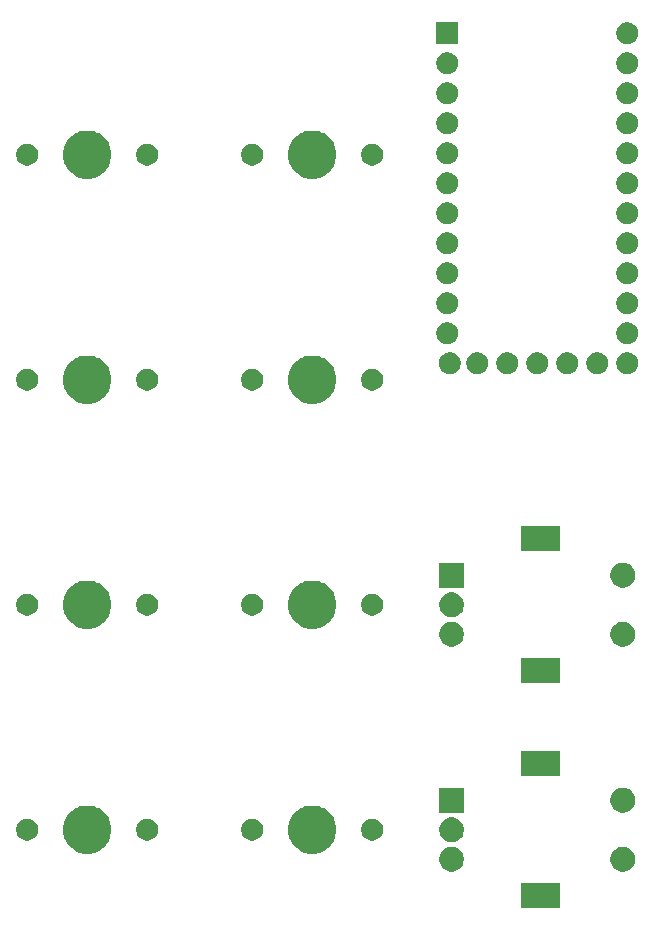
<source format=gbr>
G04 #@! TF.GenerationSoftware,KiCad,Pcbnew,(5.1.5)-2*
G04 #@! TF.CreationDate,2020-02-17T19:33:39-08:00*
G04 #@! TF.ProjectId,Ngotepad,4e676f74-6570-4616-942e-6b696361645f,rev?*
G04 #@! TF.SameCoordinates,Original*
G04 #@! TF.FileFunction,Soldermask,Top*
G04 #@! TF.FilePolarity,Negative*
%FSLAX46Y46*%
G04 Gerber Fmt 4.6, Leading zero omitted, Abs format (unit mm)*
G04 Created by KiCad (PCBNEW (5.1.5)-2) date 2020-02-17 19:33:39*
%MOMM*%
%LPD*%
G04 APERTURE LIST*
%ADD10C,0.100000*%
G04 APERTURE END LIST*
D10*
G36*
X130429000Y-91614000D02*
G01*
X127127000Y-91614000D01*
X127127000Y-89512000D01*
X130429000Y-89512000D01*
X130429000Y-91614000D01*
G37*
G36*
X136084564Y-86452389D02*
G01*
X136275833Y-86531615D01*
X136275835Y-86531616D01*
X136305409Y-86551377D01*
X136447973Y-86646635D01*
X136594365Y-86793027D01*
X136709385Y-86965167D01*
X136788611Y-87156436D01*
X136829000Y-87359484D01*
X136829000Y-87566516D01*
X136788611Y-87769564D01*
X136709385Y-87960833D01*
X136709384Y-87960835D01*
X136594365Y-88132973D01*
X136447973Y-88279365D01*
X136275835Y-88394384D01*
X136275834Y-88394385D01*
X136275833Y-88394385D01*
X136084564Y-88473611D01*
X135881516Y-88514000D01*
X135674484Y-88514000D01*
X135471436Y-88473611D01*
X135280167Y-88394385D01*
X135280166Y-88394385D01*
X135280165Y-88394384D01*
X135108027Y-88279365D01*
X134961635Y-88132973D01*
X134846616Y-87960835D01*
X134846615Y-87960833D01*
X134767389Y-87769564D01*
X134727000Y-87566516D01*
X134727000Y-87359484D01*
X134767389Y-87156436D01*
X134846615Y-86965167D01*
X134961635Y-86793027D01*
X135108027Y-86646635D01*
X135250591Y-86551377D01*
X135280165Y-86531616D01*
X135280167Y-86531615D01*
X135471436Y-86452389D01*
X135674484Y-86412000D01*
X135881516Y-86412000D01*
X136084564Y-86452389D01*
G37*
G36*
X121584564Y-86452389D02*
G01*
X121775833Y-86531615D01*
X121775835Y-86531616D01*
X121805409Y-86551377D01*
X121947973Y-86646635D01*
X122094365Y-86793027D01*
X122209385Y-86965167D01*
X122288611Y-87156436D01*
X122329000Y-87359484D01*
X122329000Y-87566516D01*
X122288611Y-87769564D01*
X122209385Y-87960833D01*
X122209384Y-87960835D01*
X122094365Y-88132973D01*
X121947973Y-88279365D01*
X121775835Y-88394384D01*
X121775834Y-88394385D01*
X121775833Y-88394385D01*
X121584564Y-88473611D01*
X121381516Y-88514000D01*
X121174484Y-88514000D01*
X120971436Y-88473611D01*
X120780167Y-88394385D01*
X120780166Y-88394385D01*
X120780165Y-88394384D01*
X120608027Y-88279365D01*
X120461635Y-88132973D01*
X120346616Y-87960835D01*
X120346615Y-87960833D01*
X120267389Y-87769564D01*
X120227000Y-87566516D01*
X120227000Y-87359484D01*
X120267389Y-87156436D01*
X120346615Y-86965167D01*
X120461635Y-86793027D01*
X120608027Y-86646635D01*
X120750591Y-86551377D01*
X120780165Y-86531616D01*
X120780167Y-86531615D01*
X120971436Y-86452389D01*
X121174484Y-86412000D01*
X121381516Y-86412000D01*
X121584564Y-86452389D01*
G37*
G36*
X110070474Y-82996684D02*
G01*
X110288474Y-83086983D01*
X110442623Y-83150833D01*
X110777548Y-83374623D01*
X111062377Y-83659452D01*
X111286167Y-83994377D01*
X111318562Y-84072586D01*
X111440316Y-84366526D01*
X111518900Y-84761594D01*
X111518900Y-85164406D01*
X111440316Y-85559474D01*
X111389451Y-85682272D01*
X111286167Y-85931623D01*
X111062377Y-86266548D01*
X110777548Y-86551377D01*
X110442623Y-86775167D01*
X110288474Y-86839017D01*
X110070474Y-86929316D01*
X109675406Y-87007900D01*
X109272594Y-87007900D01*
X108877526Y-86929316D01*
X108659526Y-86839017D01*
X108505377Y-86775167D01*
X108170452Y-86551377D01*
X107885623Y-86266548D01*
X107661833Y-85931623D01*
X107558549Y-85682272D01*
X107507684Y-85559474D01*
X107429100Y-85164406D01*
X107429100Y-84761594D01*
X107507684Y-84366526D01*
X107629438Y-84072586D01*
X107661833Y-83994377D01*
X107885623Y-83659452D01*
X108170452Y-83374623D01*
X108505377Y-83150833D01*
X108659526Y-83086983D01*
X108877526Y-82996684D01*
X109272594Y-82918100D01*
X109675406Y-82918100D01*
X110070474Y-82996684D01*
G37*
G36*
X91020474Y-82996684D02*
G01*
X91238474Y-83086983D01*
X91392623Y-83150833D01*
X91727548Y-83374623D01*
X92012377Y-83659452D01*
X92236167Y-83994377D01*
X92268562Y-84072586D01*
X92390316Y-84366526D01*
X92468900Y-84761594D01*
X92468900Y-85164406D01*
X92390316Y-85559474D01*
X92339451Y-85682272D01*
X92236167Y-85931623D01*
X92012377Y-86266548D01*
X91727548Y-86551377D01*
X91392623Y-86775167D01*
X91238474Y-86839017D01*
X91020474Y-86929316D01*
X90625406Y-87007900D01*
X90222594Y-87007900D01*
X89827526Y-86929316D01*
X89609526Y-86839017D01*
X89455377Y-86775167D01*
X89120452Y-86551377D01*
X88835623Y-86266548D01*
X88611833Y-85931623D01*
X88508549Y-85682272D01*
X88457684Y-85559474D01*
X88379100Y-85164406D01*
X88379100Y-84761594D01*
X88457684Y-84366526D01*
X88579438Y-84072586D01*
X88611833Y-83994377D01*
X88835623Y-83659452D01*
X89120452Y-83374623D01*
X89455377Y-83150833D01*
X89609526Y-83086983D01*
X89827526Y-82996684D01*
X90222594Y-82918100D01*
X90625406Y-82918100D01*
X91020474Y-82996684D01*
G37*
G36*
X121584564Y-83952389D02*
G01*
X121775833Y-84031615D01*
X121775835Y-84031616D01*
X121837149Y-84072585D01*
X121947973Y-84146635D01*
X122094365Y-84293027D01*
X122209384Y-84465165D01*
X122288611Y-84656435D01*
X122329000Y-84859484D01*
X122329000Y-85066514D01*
X122288611Y-85269564D01*
X122233909Y-85401626D01*
X122209384Y-85460835D01*
X122094365Y-85632973D01*
X121947973Y-85779365D01*
X121775835Y-85894384D01*
X121775834Y-85894385D01*
X121775833Y-85894385D01*
X121584564Y-85973611D01*
X121381516Y-86014000D01*
X121174484Y-86014000D01*
X120971436Y-85973611D01*
X120780167Y-85894385D01*
X120780166Y-85894385D01*
X120780165Y-85894384D01*
X120608027Y-85779365D01*
X120461635Y-85632973D01*
X120346616Y-85460835D01*
X120322091Y-85401626D01*
X120267389Y-85269564D01*
X120227000Y-85066514D01*
X120227000Y-84859484D01*
X120267389Y-84656435D01*
X120346616Y-84465165D01*
X120461635Y-84293027D01*
X120608027Y-84146635D01*
X120718851Y-84072585D01*
X120780165Y-84031616D01*
X120780167Y-84031615D01*
X120971436Y-83952389D01*
X121174484Y-83912000D01*
X121381516Y-83912000D01*
X121584564Y-83952389D01*
G37*
G36*
X95774104Y-84072585D02*
G01*
X95942626Y-84142389D01*
X96094291Y-84243728D01*
X96223272Y-84372709D01*
X96324611Y-84524374D01*
X96394415Y-84692896D01*
X96430000Y-84871797D01*
X96430000Y-85054203D01*
X96394415Y-85233104D01*
X96324611Y-85401626D01*
X96223272Y-85553291D01*
X96094291Y-85682272D01*
X95942626Y-85783611D01*
X95774104Y-85853415D01*
X95595203Y-85889000D01*
X95412797Y-85889000D01*
X95233896Y-85853415D01*
X95065374Y-85783611D01*
X94913709Y-85682272D01*
X94784728Y-85553291D01*
X94683389Y-85401626D01*
X94613585Y-85233104D01*
X94578000Y-85054203D01*
X94578000Y-84871797D01*
X94613585Y-84692896D01*
X94683389Y-84524374D01*
X94784728Y-84372709D01*
X94913709Y-84243728D01*
X95065374Y-84142389D01*
X95233896Y-84072585D01*
X95412797Y-84037000D01*
X95595203Y-84037000D01*
X95774104Y-84072585D01*
G37*
G36*
X85614104Y-84072585D02*
G01*
X85782626Y-84142389D01*
X85934291Y-84243728D01*
X86063272Y-84372709D01*
X86164611Y-84524374D01*
X86234415Y-84692896D01*
X86270000Y-84871797D01*
X86270000Y-85054203D01*
X86234415Y-85233104D01*
X86164611Y-85401626D01*
X86063272Y-85553291D01*
X85934291Y-85682272D01*
X85782626Y-85783611D01*
X85614104Y-85853415D01*
X85435203Y-85889000D01*
X85252797Y-85889000D01*
X85073896Y-85853415D01*
X84905374Y-85783611D01*
X84753709Y-85682272D01*
X84624728Y-85553291D01*
X84523389Y-85401626D01*
X84453585Y-85233104D01*
X84418000Y-85054203D01*
X84418000Y-84871797D01*
X84453585Y-84692896D01*
X84523389Y-84524374D01*
X84624728Y-84372709D01*
X84753709Y-84243728D01*
X84905374Y-84142389D01*
X85073896Y-84072585D01*
X85252797Y-84037000D01*
X85435203Y-84037000D01*
X85614104Y-84072585D01*
G37*
G36*
X114824104Y-84072585D02*
G01*
X114992626Y-84142389D01*
X115144291Y-84243728D01*
X115273272Y-84372709D01*
X115374611Y-84524374D01*
X115444415Y-84692896D01*
X115480000Y-84871797D01*
X115480000Y-85054203D01*
X115444415Y-85233104D01*
X115374611Y-85401626D01*
X115273272Y-85553291D01*
X115144291Y-85682272D01*
X114992626Y-85783611D01*
X114824104Y-85853415D01*
X114645203Y-85889000D01*
X114462797Y-85889000D01*
X114283896Y-85853415D01*
X114115374Y-85783611D01*
X113963709Y-85682272D01*
X113834728Y-85553291D01*
X113733389Y-85401626D01*
X113663585Y-85233104D01*
X113628000Y-85054203D01*
X113628000Y-84871797D01*
X113663585Y-84692896D01*
X113733389Y-84524374D01*
X113834728Y-84372709D01*
X113963709Y-84243728D01*
X114115374Y-84142389D01*
X114283896Y-84072585D01*
X114462797Y-84037000D01*
X114645203Y-84037000D01*
X114824104Y-84072585D01*
G37*
G36*
X104664104Y-84072585D02*
G01*
X104832626Y-84142389D01*
X104984291Y-84243728D01*
X105113272Y-84372709D01*
X105214611Y-84524374D01*
X105284415Y-84692896D01*
X105320000Y-84871797D01*
X105320000Y-85054203D01*
X105284415Y-85233104D01*
X105214611Y-85401626D01*
X105113272Y-85553291D01*
X104984291Y-85682272D01*
X104832626Y-85783611D01*
X104664104Y-85853415D01*
X104485203Y-85889000D01*
X104302797Y-85889000D01*
X104123896Y-85853415D01*
X103955374Y-85783611D01*
X103803709Y-85682272D01*
X103674728Y-85553291D01*
X103573389Y-85401626D01*
X103503585Y-85233104D01*
X103468000Y-85054203D01*
X103468000Y-84871797D01*
X103503585Y-84692896D01*
X103573389Y-84524374D01*
X103674728Y-84372709D01*
X103803709Y-84243728D01*
X103955374Y-84142389D01*
X104123896Y-84072585D01*
X104302797Y-84037000D01*
X104485203Y-84037000D01*
X104664104Y-84072585D01*
G37*
G36*
X122329000Y-83514000D02*
G01*
X120227000Y-83514000D01*
X120227000Y-81412000D01*
X122329000Y-81412000D01*
X122329000Y-83514000D01*
G37*
G36*
X136084564Y-81452389D02*
G01*
X136275833Y-81531615D01*
X136275835Y-81531616D01*
X136447973Y-81646635D01*
X136594365Y-81793027D01*
X136709385Y-81965167D01*
X136788611Y-82156436D01*
X136829000Y-82359484D01*
X136829000Y-82566516D01*
X136788611Y-82769564D01*
X136709385Y-82960833D01*
X136709384Y-82960835D01*
X136594365Y-83132973D01*
X136447973Y-83279365D01*
X136275835Y-83394384D01*
X136275834Y-83394385D01*
X136275833Y-83394385D01*
X136084564Y-83473611D01*
X135881516Y-83514000D01*
X135674484Y-83514000D01*
X135471436Y-83473611D01*
X135280167Y-83394385D01*
X135280166Y-83394385D01*
X135280165Y-83394384D01*
X135108027Y-83279365D01*
X134961635Y-83132973D01*
X134846616Y-82960835D01*
X134846615Y-82960833D01*
X134767389Y-82769564D01*
X134727000Y-82566516D01*
X134727000Y-82359484D01*
X134767389Y-82156436D01*
X134846615Y-81965167D01*
X134961635Y-81793027D01*
X135108027Y-81646635D01*
X135280165Y-81531616D01*
X135280167Y-81531615D01*
X135471436Y-81452389D01*
X135674484Y-81412000D01*
X135881516Y-81412000D01*
X136084564Y-81452389D01*
G37*
G36*
X130429000Y-80414000D02*
G01*
X127127000Y-80414000D01*
X127127000Y-78312000D01*
X130429000Y-78312000D01*
X130429000Y-80414000D01*
G37*
G36*
X130429000Y-72564000D02*
G01*
X127127000Y-72564000D01*
X127127000Y-70462000D01*
X130429000Y-70462000D01*
X130429000Y-72564000D01*
G37*
G36*
X136084564Y-67402389D02*
G01*
X136275833Y-67481615D01*
X136275835Y-67481616D01*
X136305409Y-67501377D01*
X136447973Y-67596635D01*
X136594365Y-67743027D01*
X136709385Y-67915167D01*
X136788611Y-68106436D01*
X136829000Y-68309484D01*
X136829000Y-68516516D01*
X136788611Y-68719564D01*
X136709385Y-68910833D01*
X136709384Y-68910835D01*
X136594365Y-69082973D01*
X136447973Y-69229365D01*
X136275835Y-69344384D01*
X136275834Y-69344385D01*
X136275833Y-69344385D01*
X136084564Y-69423611D01*
X135881516Y-69464000D01*
X135674484Y-69464000D01*
X135471436Y-69423611D01*
X135280167Y-69344385D01*
X135280166Y-69344385D01*
X135280165Y-69344384D01*
X135108027Y-69229365D01*
X134961635Y-69082973D01*
X134846616Y-68910835D01*
X134846615Y-68910833D01*
X134767389Y-68719564D01*
X134727000Y-68516516D01*
X134727000Y-68309484D01*
X134767389Y-68106436D01*
X134846615Y-67915167D01*
X134961635Y-67743027D01*
X135108027Y-67596635D01*
X135250591Y-67501377D01*
X135280165Y-67481616D01*
X135280167Y-67481615D01*
X135471436Y-67402389D01*
X135674484Y-67362000D01*
X135881516Y-67362000D01*
X136084564Y-67402389D01*
G37*
G36*
X121584564Y-67402389D02*
G01*
X121775833Y-67481615D01*
X121775835Y-67481616D01*
X121805409Y-67501377D01*
X121947973Y-67596635D01*
X122094365Y-67743027D01*
X122209385Y-67915167D01*
X122288611Y-68106436D01*
X122329000Y-68309484D01*
X122329000Y-68516516D01*
X122288611Y-68719564D01*
X122209385Y-68910833D01*
X122209384Y-68910835D01*
X122094365Y-69082973D01*
X121947973Y-69229365D01*
X121775835Y-69344384D01*
X121775834Y-69344385D01*
X121775833Y-69344385D01*
X121584564Y-69423611D01*
X121381516Y-69464000D01*
X121174484Y-69464000D01*
X120971436Y-69423611D01*
X120780167Y-69344385D01*
X120780166Y-69344385D01*
X120780165Y-69344384D01*
X120608027Y-69229365D01*
X120461635Y-69082973D01*
X120346616Y-68910835D01*
X120346615Y-68910833D01*
X120267389Y-68719564D01*
X120227000Y-68516516D01*
X120227000Y-68309484D01*
X120267389Y-68106436D01*
X120346615Y-67915167D01*
X120461635Y-67743027D01*
X120608027Y-67596635D01*
X120750591Y-67501377D01*
X120780165Y-67481616D01*
X120780167Y-67481615D01*
X120971436Y-67402389D01*
X121174484Y-67362000D01*
X121381516Y-67362000D01*
X121584564Y-67402389D01*
G37*
G36*
X110070474Y-63946684D02*
G01*
X110288474Y-64036983D01*
X110442623Y-64100833D01*
X110777548Y-64324623D01*
X111062377Y-64609452D01*
X111286167Y-64944377D01*
X111318562Y-65022586D01*
X111440316Y-65316526D01*
X111518900Y-65711594D01*
X111518900Y-66114406D01*
X111440316Y-66509474D01*
X111389451Y-66632272D01*
X111286167Y-66881623D01*
X111062377Y-67216548D01*
X110777548Y-67501377D01*
X110442623Y-67725167D01*
X110288474Y-67789017D01*
X110070474Y-67879316D01*
X109675406Y-67957900D01*
X109272594Y-67957900D01*
X108877526Y-67879316D01*
X108659526Y-67789017D01*
X108505377Y-67725167D01*
X108170452Y-67501377D01*
X107885623Y-67216548D01*
X107661833Y-66881623D01*
X107558549Y-66632272D01*
X107507684Y-66509474D01*
X107429100Y-66114406D01*
X107429100Y-65711594D01*
X107507684Y-65316526D01*
X107629438Y-65022586D01*
X107661833Y-64944377D01*
X107885623Y-64609452D01*
X108170452Y-64324623D01*
X108505377Y-64100833D01*
X108659526Y-64036983D01*
X108877526Y-63946684D01*
X109272594Y-63868100D01*
X109675406Y-63868100D01*
X110070474Y-63946684D01*
G37*
G36*
X91020474Y-63946684D02*
G01*
X91238474Y-64036983D01*
X91392623Y-64100833D01*
X91727548Y-64324623D01*
X92012377Y-64609452D01*
X92236167Y-64944377D01*
X92268562Y-65022586D01*
X92390316Y-65316526D01*
X92468900Y-65711594D01*
X92468900Y-66114406D01*
X92390316Y-66509474D01*
X92339451Y-66632272D01*
X92236167Y-66881623D01*
X92012377Y-67216548D01*
X91727548Y-67501377D01*
X91392623Y-67725167D01*
X91238474Y-67789017D01*
X91020474Y-67879316D01*
X90625406Y-67957900D01*
X90222594Y-67957900D01*
X89827526Y-67879316D01*
X89609526Y-67789017D01*
X89455377Y-67725167D01*
X89120452Y-67501377D01*
X88835623Y-67216548D01*
X88611833Y-66881623D01*
X88508549Y-66632272D01*
X88457684Y-66509474D01*
X88379100Y-66114406D01*
X88379100Y-65711594D01*
X88457684Y-65316526D01*
X88579438Y-65022586D01*
X88611833Y-64944377D01*
X88835623Y-64609452D01*
X89120452Y-64324623D01*
X89455377Y-64100833D01*
X89609526Y-64036983D01*
X89827526Y-63946684D01*
X90222594Y-63868100D01*
X90625406Y-63868100D01*
X91020474Y-63946684D01*
G37*
G36*
X121584564Y-64902389D02*
G01*
X121775833Y-64981615D01*
X121775835Y-64981616D01*
X121837149Y-65022585D01*
X121947973Y-65096635D01*
X122094365Y-65243027D01*
X122209384Y-65415165D01*
X122288611Y-65606435D01*
X122329000Y-65809484D01*
X122329000Y-66016514D01*
X122288611Y-66219564D01*
X122233909Y-66351626D01*
X122209384Y-66410835D01*
X122094365Y-66582973D01*
X121947973Y-66729365D01*
X121775835Y-66844384D01*
X121775834Y-66844385D01*
X121775833Y-66844385D01*
X121584564Y-66923611D01*
X121381516Y-66964000D01*
X121174484Y-66964000D01*
X120971436Y-66923611D01*
X120780167Y-66844385D01*
X120780166Y-66844385D01*
X120780165Y-66844384D01*
X120608027Y-66729365D01*
X120461635Y-66582973D01*
X120346616Y-66410835D01*
X120322091Y-66351626D01*
X120267389Y-66219564D01*
X120227000Y-66016514D01*
X120227000Y-65809484D01*
X120267389Y-65606435D01*
X120346616Y-65415165D01*
X120461635Y-65243027D01*
X120608027Y-65096635D01*
X120718851Y-65022585D01*
X120780165Y-64981616D01*
X120780167Y-64981615D01*
X120971436Y-64902389D01*
X121174484Y-64862000D01*
X121381516Y-64862000D01*
X121584564Y-64902389D01*
G37*
G36*
X104664104Y-65022585D02*
G01*
X104832626Y-65092389D01*
X104984291Y-65193728D01*
X105113272Y-65322709D01*
X105214611Y-65474374D01*
X105284415Y-65642896D01*
X105320000Y-65821797D01*
X105320000Y-66004203D01*
X105284415Y-66183104D01*
X105214611Y-66351626D01*
X105113272Y-66503291D01*
X104984291Y-66632272D01*
X104832626Y-66733611D01*
X104664104Y-66803415D01*
X104485203Y-66839000D01*
X104302797Y-66839000D01*
X104123896Y-66803415D01*
X103955374Y-66733611D01*
X103803709Y-66632272D01*
X103674728Y-66503291D01*
X103573389Y-66351626D01*
X103503585Y-66183104D01*
X103468000Y-66004203D01*
X103468000Y-65821797D01*
X103503585Y-65642896D01*
X103573389Y-65474374D01*
X103674728Y-65322709D01*
X103803709Y-65193728D01*
X103955374Y-65092389D01*
X104123896Y-65022585D01*
X104302797Y-64987000D01*
X104485203Y-64987000D01*
X104664104Y-65022585D01*
G37*
G36*
X95774104Y-65022585D02*
G01*
X95942626Y-65092389D01*
X96094291Y-65193728D01*
X96223272Y-65322709D01*
X96324611Y-65474374D01*
X96394415Y-65642896D01*
X96430000Y-65821797D01*
X96430000Y-66004203D01*
X96394415Y-66183104D01*
X96324611Y-66351626D01*
X96223272Y-66503291D01*
X96094291Y-66632272D01*
X95942626Y-66733611D01*
X95774104Y-66803415D01*
X95595203Y-66839000D01*
X95412797Y-66839000D01*
X95233896Y-66803415D01*
X95065374Y-66733611D01*
X94913709Y-66632272D01*
X94784728Y-66503291D01*
X94683389Y-66351626D01*
X94613585Y-66183104D01*
X94578000Y-66004203D01*
X94578000Y-65821797D01*
X94613585Y-65642896D01*
X94683389Y-65474374D01*
X94784728Y-65322709D01*
X94913709Y-65193728D01*
X95065374Y-65092389D01*
X95233896Y-65022585D01*
X95412797Y-64987000D01*
X95595203Y-64987000D01*
X95774104Y-65022585D01*
G37*
G36*
X85614104Y-65022585D02*
G01*
X85782626Y-65092389D01*
X85934291Y-65193728D01*
X86063272Y-65322709D01*
X86164611Y-65474374D01*
X86234415Y-65642896D01*
X86270000Y-65821797D01*
X86270000Y-66004203D01*
X86234415Y-66183104D01*
X86164611Y-66351626D01*
X86063272Y-66503291D01*
X85934291Y-66632272D01*
X85782626Y-66733611D01*
X85614104Y-66803415D01*
X85435203Y-66839000D01*
X85252797Y-66839000D01*
X85073896Y-66803415D01*
X84905374Y-66733611D01*
X84753709Y-66632272D01*
X84624728Y-66503291D01*
X84523389Y-66351626D01*
X84453585Y-66183104D01*
X84418000Y-66004203D01*
X84418000Y-65821797D01*
X84453585Y-65642896D01*
X84523389Y-65474374D01*
X84624728Y-65322709D01*
X84753709Y-65193728D01*
X84905374Y-65092389D01*
X85073896Y-65022585D01*
X85252797Y-64987000D01*
X85435203Y-64987000D01*
X85614104Y-65022585D01*
G37*
G36*
X114824104Y-65022585D02*
G01*
X114992626Y-65092389D01*
X115144291Y-65193728D01*
X115273272Y-65322709D01*
X115374611Y-65474374D01*
X115444415Y-65642896D01*
X115480000Y-65821797D01*
X115480000Y-66004203D01*
X115444415Y-66183104D01*
X115374611Y-66351626D01*
X115273272Y-66503291D01*
X115144291Y-66632272D01*
X114992626Y-66733611D01*
X114824104Y-66803415D01*
X114645203Y-66839000D01*
X114462797Y-66839000D01*
X114283896Y-66803415D01*
X114115374Y-66733611D01*
X113963709Y-66632272D01*
X113834728Y-66503291D01*
X113733389Y-66351626D01*
X113663585Y-66183104D01*
X113628000Y-66004203D01*
X113628000Y-65821797D01*
X113663585Y-65642896D01*
X113733389Y-65474374D01*
X113834728Y-65322709D01*
X113963709Y-65193728D01*
X114115374Y-65092389D01*
X114283896Y-65022585D01*
X114462797Y-64987000D01*
X114645203Y-64987000D01*
X114824104Y-65022585D01*
G37*
G36*
X136084564Y-62402389D02*
G01*
X136275833Y-62481615D01*
X136275835Y-62481616D01*
X136447973Y-62596635D01*
X136594365Y-62743027D01*
X136709385Y-62915167D01*
X136788611Y-63106436D01*
X136829000Y-63309484D01*
X136829000Y-63516516D01*
X136788611Y-63719564D01*
X136709385Y-63910833D01*
X136709384Y-63910835D01*
X136594365Y-64082973D01*
X136447973Y-64229365D01*
X136275835Y-64344384D01*
X136275834Y-64344385D01*
X136275833Y-64344385D01*
X136084564Y-64423611D01*
X135881516Y-64464000D01*
X135674484Y-64464000D01*
X135471436Y-64423611D01*
X135280167Y-64344385D01*
X135280166Y-64344385D01*
X135280165Y-64344384D01*
X135108027Y-64229365D01*
X134961635Y-64082973D01*
X134846616Y-63910835D01*
X134846615Y-63910833D01*
X134767389Y-63719564D01*
X134727000Y-63516516D01*
X134727000Y-63309484D01*
X134767389Y-63106436D01*
X134846615Y-62915167D01*
X134961635Y-62743027D01*
X135108027Y-62596635D01*
X135280165Y-62481616D01*
X135280167Y-62481615D01*
X135471436Y-62402389D01*
X135674484Y-62362000D01*
X135881516Y-62362000D01*
X136084564Y-62402389D01*
G37*
G36*
X122329000Y-64464000D02*
G01*
X120227000Y-64464000D01*
X120227000Y-62362000D01*
X122329000Y-62362000D01*
X122329000Y-64464000D01*
G37*
G36*
X130429000Y-61364000D02*
G01*
X127127000Y-61364000D01*
X127127000Y-59262000D01*
X130429000Y-59262000D01*
X130429000Y-61364000D01*
G37*
G36*
X91020474Y-44896684D02*
G01*
X91238474Y-44986983D01*
X91392623Y-45050833D01*
X91727548Y-45274623D01*
X92012377Y-45559452D01*
X92236167Y-45894377D01*
X92268562Y-45972586D01*
X92390316Y-46266526D01*
X92468900Y-46661594D01*
X92468900Y-47064406D01*
X92390316Y-47459474D01*
X92339451Y-47582272D01*
X92236167Y-47831623D01*
X92012377Y-48166548D01*
X91727548Y-48451377D01*
X91392623Y-48675167D01*
X91238474Y-48739017D01*
X91020474Y-48829316D01*
X90625406Y-48907900D01*
X90222594Y-48907900D01*
X89827526Y-48829316D01*
X89609526Y-48739017D01*
X89455377Y-48675167D01*
X89120452Y-48451377D01*
X88835623Y-48166548D01*
X88611833Y-47831623D01*
X88508549Y-47582272D01*
X88457684Y-47459474D01*
X88379100Y-47064406D01*
X88379100Y-46661594D01*
X88457684Y-46266526D01*
X88579438Y-45972586D01*
X88611833Y-45894377D01*
X88835623Y-45559452D01*
X89120452Y-45274623D01*
X89455377Y-45050833D01*
X89609526Y-44986983D01*
X89827526Y-44896684D01*
X90222594Y-44818100D01*
X90625406Y-44818100D01*
X91020474Y-44896684D01*
G37*
G36*
X110070474Y-44896684D02*
G01*
X110288474Y-44986983D01*
X110442623Y-45050833D01*
X110777548Y-45274623D01*
X111062377Y-45559452D01*
X111286167Y-45894377D01*
X111318562Y-45972586D01*
X111440316Y-46266526D01*
X111518900Y-46661594D01*
X111518900Y-47064406D01*
X111440316Y-47459474D01*
X111389451Y-47582272D01*
X111286167Y-47831623D01*
X111062377Y-48166548D01*
X110777548Y-48451377D01*
X110442623Y-48675167D01*
X110288474Y-48739017D01*
X110070474Y-48829316D01*
X109675406Y-48907900D01*
X109272594Y-48907900D01*
X108877526Y-48829316D01*
X108659526Y-48739017D01*
X108505377Y-48675167D01*
X108170452Y-48451377D01*
X107885623Y-48166548D01*
X107661833Y-47831623D01*
X107558549Y-47582272D01*
X107507684Y-47459474D01*
X107429100Y-47064406D01*
X107429100Y-46661594D01*
X107507684Y-46266526D01*
X107629438Y-45972586D01*
X107661833Y-45894377D01*
X107885623Y-45559452D01*
X108170452Y-45274623D01*
X108505377Y-45050833D01*
X108659526Y-44986983D01*
X108877526Y-44896684D01*
X109272594Y-44818100D01*
X109675406Y-44818100D01*
X110070474Y-44896684D01*
G37*
G36*
X104664104Y-45972585D02*
G01*
X104832626Y-46042389D01*
X104984291Y-46143728D01*
X105113272Y-46272709D01*
X105214611Y-46424374D01*
X105284415Y-46592896D01*
X105320000Y-46771797D01*
X105320000Y-46954203D01*
X105284415Y-47133104D01*
X105214611Y-47301626D01*
X105113272Y-47453291D01*
X104984291Y-47582272D01*
X104832626Y-47683611D01*
X104664104Y-47753415D01*
X104485203Y-47789000D01*
X104302797Y-47789000D01*
X104123896Y-47753415D01*
X103955374Y-47683611D01*
X103803709Y-47582272D01*
X103674728Y-47453291D01*
X103573389Y-47301626D01*
X103503585Y-47133104D01*
X103468000Y-46954203D01*
X103468000Y-46771797D01*
X103503585Y-46592896D01*
X103573389Y-46424374D01*
X103674728Y-46272709D01*
X103803709Y-46143728D01*
X103955374Y-46042389D01*
X104123896Y-45972585D01*
X104302797Y-45937000D01*
X104485203Y-45937000D01*
X104664104Y-45972585D01*
G37*
G36*
X95774104Y-45972585D02*
G01*
X95942626Y-46042389D01*
X96094291Y-46143728D01*
X96223272Y-46272709D01*
X96324611Y-46424374D01*
X96394415Y-46592896D01*
X96430000Y-46771797D01*
X96430000Y-46954203D01*
X96394415Y-47133104D01*
X96324611Y-47301626D01*
X96223272Y-47453291D01*
X96094291Y-47582272D01*
X95942626Y-47683611D01*
X95774104Y-47753415D01*
X95595203Y-47789000D01*
X95412797Y-47789000D01*
X95233896Y-47753415D01*
X95065374Y-47683611D01*
X94913709Y-47582272D01*
X94784728Y-47453291D01*
X94683389Y-47301626D01*
X94613585Y-47133104D01*
X94578000Y-46954203D01*
X94578000Y-46771797D01*
X94613585Y-46592896D01*
X94683389Y-46424374D01*
X94784728Y-46272709D01*
X94913709Y-46143728D01*
X95065374Y-46042389D01*
X95233896Y-45972585D01*
X95412797Y-45937000D01*
X95595203Y-45937000D01*
X95774104Y-45972585D01*
G37*
G36*
X85614104Y-45972585D02*
G01*
X85782626Y-46042389D01*
X85934291Y-46143728D01*
X86063272Y-46272709D01*
X86164611Y-46424374D01*
X86234415Y-46592896D01*
X86270000Y-46771797D01*
X86270000Y-46954203D01*
X86234415Y-47133104D01*
X86164611Y-47301626D01*
X86063272Y-47453291D01*
X85934291Y-47582272D01*
X85782626Y-47683611D01*
X85614104Y-47753415D01*
X85435203Y-47789000D01*
X85252797Y-47789000D01*
X85073896Y-47753415D01*
X84905374Y-47683611D01*
X84753709Y-47582272D01*
X84624728Y-47453291D01*
X84523389Y-47301626D01*
X84453585Y-47133104D01*
X84418000Y-46954203D01*
X84418000Y-46771797D01*
X84453585Y-46592896D01*
X84523389Y-46424374D01*
X84624728Y-46272709D01*
X84753709Y-46143728D01*
X84905374Y-46042389D01*
X85073896Y-45972585D01*
X85252797Y-45937000D01*
X85435203Y-45937000D01*
X85614104Y-45972585D01*
G37*
G36*
X114824104Y-45972585D02*
G01*
X114992626Y-46042389D01*
X115144291Y-46143728D01*
X115273272Y-46272709D01*
X115374611Y-46424374D01*
X115444415Y-46592896D01*
X115480000Y-46771797D01*
X115480000Y-46954203D01*
X115444415Y-47133104D01*
X115374611Y-47301626D01*
X115273272Y-47453291D01*
X115144291Y-47582272D01*
X114992626Y-47683611D01*
X114824104Y-47753415D01*
X114645203Y-47789000D01*
X114462797Y-47789000D01*
X114283896Y-47753415D01*
X114115374Y-47683611D01*
X113963709Y-47582272D01*
X113834728Y-47453291D01*
X113733389Y-47301626D01*
X113663585Y-47133104D01*
X113628000Y-46954203D01*
X113628000Y-46771797D01*
X113663585Y-46592896D01*
X113733389Y-46424374D01*
X113834728Y-46272709D01*
X113963709Y-46143728D01*
X114115374Y-46042389D01*
X114283896Y-45972585D01*
X114462797Y-45937000D01*
X114645203Y-45937000D01*
X114824104Y-45972585D01*
G37*
G36*
X131334483Y-44574335D02*
G01*
X131503240Y-44644236D01*
X131655118Y-44745718D01*
X131784282Y-44874882D01*
X131885764Y-45026760D01*
X131955665Y-45195517D01*
X131991300Y-45374668D01*
X131991300Y-45557332D01*
X131955665Y-45736483D01*
X131885764Y-45905240D01*
X131784282Y-46057118D01*
X131655118Y-46186282D01*
X131503240Y-46287764D01*
X131334483Y-46357665D01*
X131155332Y-46393300D01*
X130972668Y-46393300D01*
X130793517Y-46357665D01*
X130624760Y-46287764D01*
X130472882Y-46186282D01*
X130343718Y-46057118D01*
X130242236Y-45905240D01*
X130172335Y-45736483D01*
X130136700Y-45557332D01*
X130136700Y-45374668D01*
X130172335Y-45195517D01*
X130242236Y-45026760D01*
X130343718Y-44874882D01*
X130472882Y-44745718D01*
X130624760Y-44644236D01*
X130793517Y-44574335D01*
X130972668Y-44538700D01*
X131155332Y-44538700D01*
X131334483Y-44574335D01*
G37*
G36*
X121403083Y-44574335D02*
G01*
X121571840Y-44644236D01*
X121723718Y-44745718D01*
X121852882Y-44874882D01*
X121954364Y-45026760D01*
X122024265Y-45195517D01*
X122059900Y-45374668D01*
X122059900Y-45557332D01*
X122024265Y-45736483D01*
X121954364Y-45905240D01*
X121852882Y-46057118D01*
X121723718Y-46186282D01*
X121571840Y-46287764D01*
X121403083Y-46357665D01*
X121223932Y-46393300D01*
X121041268Y-46393300D01*
X120862117Y-46357665D01*
X120693360Y-46287764D01*
X120541482Y-46186282D01*
X120412318Y-46057118D01*
X120310836Y-45905240D01*
X120240935Y-45736483D01*
X120205300Y-45557332D01*
X120205300Y-45374668D01*
X120240935Y-45195517D01*
X120310836Y-45026760D01*
X120412318Y-44874882D01*
X120541482Y-44745718D01*
X120693360Y-44644236D01*
X120862117Y-44574335D01*
X121041268Y-44538700D01*
X121223932Y-44538700D01*
X121403083Y-44574335D01*
G37*
G36*
X136414483Y-44574335D02*
G01*
X136583240Y-44644236D01*
X136735118Y-44745718D01*
X136864282Y-44874882D01*
X136965764Y-45026760D01*
X137035665Y-45195517D01*
X137071300Y-45374668D01*
X137071300Y-45557332D01*
X137035665Y-45736483D01*
X136965764Y-45905240D01*
X136864282Y-46057118D01*
X136735118Y-46186282D01*
X136583240Y-46287764D01*
X136414483Y-46357665D01*
X136235332Y-46393300D01*
X136052668Y-46393300D01*
X135873517Y-46357665D01*
X135704760Y-46287764D01*
X135552882Y-46186282D01*
X135423718Y-46057118D01*
X135322236Y-45905240D01*
X135252335Y-45736483D01*
X135216700Y-45557332D01*
X135216700Y-45374668D01*
X135252335Y-45195517D01*
X135322236Y-45026760D01*
X135423718Y-44874882D01*
X135552882Y-44745718D01*
X135704760Y-44644236D01*
X135873517Y-44574335D01*
X136052668Y-44538700D01*
X136235332Y-44538700D01*
X136414483Y-44574335D01*
G37*
G36*
X128794483Y-44574335D02*
G01*
X128963240Y-44644236D01*
X129115118Y-44745718D01*
X129244282Y-44874882D01*
X129345764Y-45026760D01*
X129415665Y-45195517D01*
X129451300Y-45374668D01*
X129451300Y-45557332D01*
X129415665Y-45736483D01*
X129345764Y-45905240D01*
X129244282Y-46057118D01*
X129115118Y-46186282D01*
X128963240Y-46287764D01*
X128794483Y-46357665D01*
X128615332Y-46393300D01*
X128432668Y-46393300D01*
X128253517Y-46357665D01*
X128084760Y-46287764D01*
X127932882Y-46186282D01*
X127803718Y-46057118D01*
X127702236Y-45905240D01*
X127632335Y-45736483D01*
X127596700Y-45557332D01*
X127596700Y-45374668D01*
X127632335Y-45195517D01*
X127702236Y-45026760D01*
X127803718Y-44874882D01*
X127932882Y-44745718D01*
X128084760Y-44644236D01*
X128253517Y-44574335D01*
X128432668Y-44538700D01*
X128615332Y-44538700D01*
X128794483Y-44574335D01*
G37*
G36*
X123714483Y-44574335D02*
G01*
X123883240Y-44644236D01*
X124035118Y-44745718D01*
X124164282Y-44874882D01*
X124265764Y-45026760D01*
X124335665Y-45195517D01*
X124371300Y-45374668D01*
X124371300Y-45557332D01*
X124335665Y-45736483D01*
X124265764Y-45905240D01*
X124164282Y-46057118D01*
X124035118Y-46186282D01*
X123883240Y-46287764D01*
X123714483Y-46357665D01*
X123535332Y-46393300D01*
X123352668Y-46393300D01*
X123173517Y-46357665D01*
X123004760Y-46287764D01*
X122852882Y-46186282D01*
X122723718Y-46057118D01*
X122622236Y-45905240D01*
X122552335Y-45736483D01*
X122516700Y-45557332D01*
X122516700Y-45374668D01*
X122552335Y-45195517D01*
X122622236Y-45026760D01*
X122723718Y-44874882D01*
X122852882Y-44745718D01*
X123004760Y-44644236D01*
X123173517Y-44574335D01*
X123352668Y-44538700D01*
X123535332Y-44538700D01*
X123714483Y-44574335D01*
G37*
G36*
X133874483Y-44574335D02*
G01*
X134043240Y-44644236D01*
X134195118Y-44745718D01*
X134324282Y-44874882D01*
X134425764Y-45026760D01*
X134495665Y-45195517D01*
X134531300Y-45374668D01*
X134531300Y-45557332D01*
X134495665Y-45736483D01*
X134425764Y-45905240D01*
X134324282Y-46057118D01*
X134195118Y-46186282D01*
X134043240Y-46287764D01*
X133874483Y-46357665D01*
X133695332Y-46393300D01*
X133512668Y-46393300D01*
X133333517Y-46357665D01*
X133164760Y-46287764D01*
X133012882Y-46186282D01*
X132883718Y-46057118D01*
X132782236Y-45905240D01*
X132712335Y-45736483D01*
X132676700Y-45557332D01*
X132676700Y-45374668D01*
X132712335Y-45195517D01*
X132782236Y-45026760D01*
X132883718Y-44874882D01*
X133012882Y-44745718D01*
X133164760Y-44644236D01*
X133333517Y-44574335D01*
X133512668Y-44538700D01*
X133695332Y-44538700D01*
X133874483Y-44574335D01*
G37*
G36*
X126254483Y-44574335D02*
G01*
X126423240Y-44644236D01*
X126575118Y-44745718D01*
X126704282Y-44874882D01*
X126805764Y-45026760D01*
X126875665Y-45195517D01*
X126911300Y-45374668D01*
X126911300Y-45557332D01*
X126875665Y-45736483D01*
X126805764Y-45905240D01*
X126704282Y-46057118D01*
X126575118Y-46186282D01*
X126423240Y-46287764D01*
X126254483Y-46357665D01*
X126075332Y-46393300D01*
X125892668Y-46393300D01*
X125713517Y-46357665D01*
X125544760Y-46287764D01*
X125392882Y-46186282D01*
X125263718Y-46057118D01*
X125162236Y-45905240D01*
X125092335Y-45736483D01*
X125056700Y-45557332D01*
X125056700Y-45374668D01*
X125092335Y-45195517D01*
X125162236Y-45026760D01*
X125263718Y-44874882D01*
X125392882Y-44745718D01*
X125544760Y-44644236D01*
X125713517Y-44574335D01*
X125892668Y-44538700D01*
X126075332Y-44538700D01*
X126254483Y-44574335D01*
G37*
G36*
X136414483Y-42034335D02*
G01*
X136583240Y-42104236D01*
X136735118Y-42205718D01*
X136864282Y-42334882D01*
X136965764Y-42486760D01*
X137035665Y-42655517D01*
X137071300Y-42834668D01*
X137071300Y-43017332D01*
X137035665Y-43196483D01*
X136965764Y-43365240D01*
X136864282Y-43517118D01*
X136735118Y-43646282D01*
X136583240Y-43747764D01*
X136414483Y-43817665D01*
X136235332Y-43853300D01*
X136052668Y-43853300D01*
X135873517Y-43817665D01*
X135704760Y-43747764D01*
X135552882Y-43646282D01*
X135423718Y-43517118D01*
X135322236Y-43365240D01*
X135252335Y-43196483D01*
X135216700Y-43017332D01*
X135216700Y-42834668D01*
X135252335Y-42655517D01*
X135322236Y-42486760D01*
X135423718Y-42334882D01*
X135552882Y-42205718D01*
X135704760Y-42104236D01*
X135873517Y-42034335D01*
X136052668Y-41998700D01*
X136235332Y-41998700D01*
X136414483Y-42034335D01*
G37*
G36*
X121174483Y-42034335D02*
G01*
X121343240Y-42104236D01*
X121495118Y-42205718D01*
X121624282Y-42334882D01*
X121725764Y-42486760D01*
X121795665Y-42655517D01*
X121831300Y-42834668D01*
X121831300Y-43017332D01*
X121795665Y-43196483D01*
X121725764Y-43365240D01*
X121624282Y-43517118D01*
X121495118Y-43646282D01*
X121343240Y-43747764D01*
X121174483Y-43817665D01*
X120995332Y-43853300D01*
X120812668Y-43853300D01*
X120633517Y-43817665D01*
X120464760Y-43747764D01*
X120312882Y-43646282D01*
X120183718Y-43517118D01*
X120082236Y-43365240D01*
X120012335Y-43196483D01*
X119976700Y-43017332D01*
X119976700Y-42834668D01*
X120012335Y-42655517D01*
X120082236Y-42486760D01*
X120183718Y-42334882D01*
X120312882Y-42205718D01*
X120464760Y-42104236D01*
X120633517Y-42034335D01*
X120812668Y-41998700D01*
X120995332Y-41998700D01*
X121174483Y-42034335D01*
G37*
G36*
X136414483Y-39494335D02*
G01*
X136583240Y-39564236D01*
X136735118Y-39665718D01*
X136864282Y-39794882D01*
X136965764Y-39946760D01*
X137035665Y-40115517D01*
X137071300Y-40294668D01*
X137071300Y-40477332D01*
X137035665Y-40656483D01*
X136965764Y-40825240D01*
X136864282Y-40977118D01*
X136735118Y-41106282D01*
X136583240Y-41207764D01*
X136414483Y-41277665D01*
X136235332Y-41313300D01*
X136052668Y-41313300D01*
X135873517Y-41277665D01*
X135704760Y-41207764D01*
X135552882Y-41106282D01*
X135423718Y-40977118D01*
X135322236Y-40825240D01*
X135252335Y-40656483D01*
X135216700Y-40477332D01*
X135216700Y-40294668D01*
X135252335Y-40115517D01*
X135322236Y-39946760D01*
X135423718Y-39794882D01*
X135552882Y-39665718D01*
X135704760Y-39564236D01*
X135873517Y-39494335D01*
X136052668Y-39458700D01*
X136235332Y-39458700D01*
X136414483Y-39494335D01*
G37*
G36*
X121174483Y-39494335D02*
G01*
X121343240Y-39564236D01*
X121495118Y-39665718D01*
X121624282Y-39794882D01*
X121725764Y-39946760D01*
X121795665Y-40115517D01*
X121831300Y-40294668D01*
X121831300Y-40477332D01*
X121795665Y-40656483D01*
X121725764Y-40825240D01*
X121624282Y-40977118D01*
X121495118Y-41106282D01*
X121343240Y-41207764D01*
X121174483Y-41277665D01*
X120995332Y-41313300D01*
X120812668Y-41313300D01*
X120633517Y-41277665D01*
X120464760Y-41207764D01*
X120312882Y-41106282D01*
X120183718Y-40977118D01*
X120082236Y-40825240D01*
X120012335Y-40656483D01*
X119976700Y-40477332D01*
X119976700Y-40294668D01*
X120012335Y-40115517D01*
X120082236Y-39946760D01*
X120183718Y-39794882D01*
X120312882Y-39665718D01*
X120464760Y-39564236D01*
X120633517Y-39494335D01*
X120812668Y-39458700D01*
X120995332Y-39458700D01*
X121174483Y-39494335D01*
G37*
G36*
X121174483Y-36954335D02*
G01*
X121343240Y-37024236D01*
X121495118Y-37125718D01*
X121624282Y-37254882D01*
X121725764Y-37406760D01*
X121795665Y-37575517D01*
X121831300Y-37754668D01*
X121831300Y-37937332D01*
X121795665Y-38116483D01*
X121725764Y-38285240D01*
X121624282Y-38437118D01*
X121495118Y-38566282D01*
X121343240Y-38667764D01*
X121174483Y-38737665D01*
X120995332Y-38773300D01*
X120812668Y-38773300D01*
X120633517Y-38737665D01*
X120464760Y-38667764D01*
X120312882Y-38566282D01*
X120183718Y-38437118D01*
X120082236Y-38285240D01*
X120012335Y-38116483D01*
X119976700Y-37937332D01*
X119976700Y-37754668D01*
X120012335Y-37575517D01*
X120082236Y-37406760D01*
X120183718Y-37254882D01*
X120312882Y-37125718D01*
X120464760Y-37024236D01*
X120633517Y-36954335D01*
X120812668Y-36918700D01*
X120995332Y-36918700D01*
X121174483Y-36954335D01*
G37*
G36*
X136414483Y-36954335D02*
G01*
X136583240Y-37024236D01*
X136735118Y-37125718D01*
X136864282Y-37254882D01*
X136965764Y-37406760D01*
X137035665Y-37575517D01*
X137071300Y-37754668D01*
X137071300Y-37937332D01*
X137035665Y-38116483D01*
X136965764Y-38285240D01*
X136864282Y-38437118D01*
X136735118Y-38566282D01*
X136583240Y-38667764D01*
X136414483Y-38737665D01*
X136235332Y-38773300D01*
X136052668Y-38773300D01*
X135873517Y-38737665D01*
X135704760Y-38667764D01*
X135552882Y-38566282D01*
X135423718Y-38437118D01*
X135322236Y-38285240D01*
X135252335Y-38116483D01*
X135216700Y-37937332D01*
X135216700Y-37754668D01*
X135252335Y-37575517D01*
X135322236Y-37406760D01*
X135423718Y-37254882D01*
X135552882Y-37125718D01*
X135704760Y-37024236D01*
X135873517Y-36954335D01*
X136052668Y-36918700D01*
X136235332Y-36918700D01*
X136414483Y-36954335D01*
G37*
G36*
X121174483Y-34414335D02*
G01*
X121343240Y-34484236D01*
X121495118Y-34585718D01*
X121624282Y-34714882D01*
X121725764Y-34866760D01*
X121795665Y-35035517D01*
X121831300Y-35214668D01*
X121831300Y-35397332D01*
X121795665Y-35576483D01*
X121725764Y-35745240D01*
X121624282Y-35897118D01*
X121495118Y-36026282D01*
X121343240Y-36127764D01*
X121174483Y-36197665D01*
X120995332Y-36233300D01*
X120812668Y-36233300D01*
X120633517Y-36197665D01*
X120464760Y-36127764D01*
X120312882Y-36026282D01*
X120183718Y-35897118D01*
X120082236Y-35745240D01*
X120012335Y-35576483D01*
X119976700Y-35397332D01*
X119976700Y-35214668D01*
X120012335Y-35035517D01*
X120082236Y-34866760D01*
X120183718Y-34714882D01*
X120312882Y-34585718D01*
X120464760Y-34484236D01*
X120633517Y-34414335D01*
X120812668Y-34378700D01*
X120995332Y-34378700D01*
X121174483Y-34414335D01*
G37*
G36*
X136414483Y-34414335D02*
G01*
X136583240Y-34484236D01*
X136735118Y-34585718D01*
X136864282Y-34714882D01*
X136965764Y-34866760D01*
X137035665Y-35035517D01*
X137071300Y-35214668D01*
X137071300Y-35397332D01*
X137035665Y-35576483D01*
X136965764Y-35745240D01*
X136864282Y-35897118D01*
X136735118Y-36026282D01*
X136583240Y-36127764D01*
X136414483Y-36197665D01*
X136235332Y-36233300D01*
X136052668Y-36233300D01*
X135873517Y-36197665D01*
X135704760Y-36127764D01*
X135552882Y-36026282D01*
X135423718Y-35897118D01*
X135322236Y-35745240D01*
X135252335Y-35576483D01*
X135216700Y-35397332D01*
X135216700Y-35214668D01*
X135252335Y-35035517D01*
X135322236Y-34866760D01*
X135423718Y-34714882D01*
X135552882Y-34585718D01*
X135704760Y-34484236D01*
X135873517Y-34414335D01*
X136052668Y-34378700D01*
X136235332Y-34378700D01*
X136414483Y-34414335D01*
G37*
G36*
X136414483Y-31874335D02*
G01*
X136583240Y-31944236D01*
X136735118Y-32045718D01*
X136864282Y-32174882D01*
X136965764Y-32326760D01*
X137035665Y-32495517D01*
X137071300Y-32674668D01*
X137071300Y-32857332D01*
X137035665Y-33036483D01*
X136965764Y-33205240D01*
X136864282Y-33357118D01*
X136735118Y-33486282D01*
X136583240Y-33587764D01*
X136414483Y-33657665D01*
X136235332Y-33693300D01*
X136052668Y-33693300D01*
X135873517Y-33657665D01*
X135704760Y-33587764D01*
X135552882Y-33486282D01*
X135423718Y-33357118D01*
X135322236Y-33205240D01*
X135252335Y-33036483D01*
X135216700Y-32857332D01*
X135216700Y-32674668D01*
X135252335Y-32495517D01*
X135322236Y-32326760D01*
X135423718Y-32174882D01*
X135552882Y-32045718D01*
X135704760Y-31944236D01*
X135873517Y-31874335D01*
X136052668Y-31838700D01*
X136235332Y-31838700D01*
X136414483Y-31874335D01*
G37*
G36*
X121174483Y-31874335D02*
G01*
X121343240Y-31944236D01*
X121495118Y-32045718D01*
X121624282Y-32174882D01*
X121725764Y-32326760D01*
X121795665Y-32495517D01*
X121831300Y-32674668D01*
X121831300Y-32857332D01*
X121795665Y-33036483D01*
X121725764Y-33205240D01*
X121624282Y-33357118D01*
X121495118Y-33486282D01*
X121343240Y-33587764D01*
X121174483Y-33657665D01*
X120995332Y-33693300D01*
X120812668Y-33693300D01*
X120633517Y-33657665D01*
X120464760Y-33587764D01*
X120312882Y-33486282D01*
X120183718Y-33357118D01*
X120082236Y-33205240D01*
X120012335Y-33036483D01*
X119976700Y-32857332D01*
X119976700Y-32674668D01*
X120012335Y-32495517D01*
X120082236Y-32326760D01*
X120183718Y-32174882D01*
X120312882Y-32045718D01*
X120464760Y-31944236D01*
X120633517Y-31874335D01*
X120812668Y-31838700D01*
X120995332Y-31838700D01*
X121174483Y-31874335D01*
G37*
G36*
X136414483Y-29334335D02*
G01*
X136583240Y-29404236D01*
X136735118Y-29505718D01*
X136864282Y-29634882D01*
X136965764Y-29786760D01*
X137035665Y-29955517D01*
X137071300Y-30134668D01*
X137071300Y-30317332D01*
X137035665Y-30496483D01*
X136965764Y-30665240D01*
X136864282Y-30817118D01*
X136735118Y-30946282D01*
X136583240Y-31047764D01*
X136414483Y-31117665D01*
X136235332Y-31153300D01*
X136052668Y-31153300D01*
X135873517Y-31117665D01*
X135704760Y-31047764D01*
X135552882Y-30946282D01*
X135423718Y-30817118D01*
X135322236Y-30665240D01*
X135252335Y-30496483D01*
X135216700Y-30317332D01*
X135216700Y-30134668D01*
X135252335Y-29955517D01*
X135322236Y-29786760D01*
X135423718Y-29634882D01*
X135552882Y-29505718D01*
X135704760Y-29404236D01*
X135873517Y-29334335D01*
X136052668Y-29298700D01*
X136235332Y-29298700D01*
X136414483Y-29334335D01*
G37*
G36*
X121174483Y-29334335D02*
G01*
X121343240Y-29404236D01*
X121495118Y-29505718D01*
X121624282Y-29634882D01*
X121725764Y-29786760D01*
X121795665Y-29955517D01*
X121831300Y-30134668D01*
X121831300Y-30317332D01*
X121795665Y-30496483D01*
X121725764Y-30665240D01*
X121624282Y-30817118D01*
X121495118Y-30946282D01*
X121343240Y-31047764D01*
X121174483Y-31117665D01*
X120995332Y-31153300D01*
X120812668Y-31153300D01*
X120633517Y-31117665D01*
X120464760Y-31047764D01*
X120312882Y-30946282D01*
X120183718Y-30817118D01*
X120082236Y-30665240D01*
X120012335Y-30496483D01*
X119976700Y-30317332D01*
X119976700Y-30134668D01*
X120012335Y-29955517D01*
X120082236Y-29786760D01*
X120183718Y-29634882D01*
X120312882Y-29505718D01*
X120464760Y-29404236D01*
X120633517Y-29334335D01*
X120812668Y-29298700D01*
X120995332Y-29298700D01*
X121174483Y-29334335D01*
G37*
G36*
X91020474Y-25846684D02*
G01*
X91238474Y-25936983D01*
X91392623Y-26000833D01*
X91727548Y-26224623D01*
X92012377Y-26509452D01*
X92236167Y-26844377D01*
X92268562Y-26922586D01*
X92390316Y-27216526D01*
X92468900Y-27611594D01*
X92468900Y-28014406D01*
X92390316Y-28409474D01*
X92339451Y-28532272D01*
X92236167Y-28781623D01*
X92012377Y-29116548D01*
X91727548Y-29401377D01*
X91392623Y-29625167D01*
X91238474Y-29689017D01*
X91020474Y-29779316D01*
X90625406Y-29857900D01*
X90222594Y-29857900D01*
X89827526Y-29779316D01*
X89609526Y-29689017D01*
X89455377Y-29625167D01*
X89120452Y-29401377D01*
X88835623Y-29116548D01*
X88611833Y-28781623D01*
X88508549Y-28532272D01*
X88457684Y-28409474D01*
X88379100Y-28014406D01*
X88379100Y-27611594D01*
X88457684Y-27216526D01*
X88579438Y-26922586D01*
X88611833Y-26844377D01*
X88835623Y-26509452D01*
X89120452Y-26224623D01*
X89455377Y-26000833D01*
X89609526Y-25936983D01*
X89827526Y-25846684D01*
X90222594Y-25768100D01*
X90625406Y-25768100D01*
X91020474Y-25846684D01*
G37*
G36*
X110070474Y-25846684D02*
G01*
X110288474Y-25936983D01*
X110442623Y-26000833D01*
X110777548Y-26224623D01*
X111062377Y-26509452D01*
X111286167Y-26844377D01*
X111318562Y-26922586D01*
X111440316Y-27216526D01*
X111518900Y-27611594D01*
X111518900Y-28014406D01*
X111440316Y-28409474D01*
X111389451Y-28532272D01*
X111286167Y-28781623D01*
X111062377Y-29116548D01*
X110777548Y-29401377D01*
X110442623Y-29625167D01*
X110288474Y-29689017D01*
X110070474Y-29779316D01*
X109675406Y-29857900D01*
X109272594Y-29857900D01*
X108877526Y-29779316D01*
X108659526Y-29689017D01*
X108505377Y-29625167D01*
X108170452Y-29401377D01*
X107885623Y-29116548D01*
X107661833Y-28781623D01*
X107558549Y-28532272D01*
X107507684Y-28409474D01*
X107429100Y-28014406D01*
X107429100Y-27611594D01*
X107507684Y-27216526D01*
X107629438Y-26922586D01*
X107661833Y-26844377D01*
X107885623Y-26509452D01*
X108170452Y-26224623D01*
X108505377Y-26000833D01*
X108659526Y-25936983D01*
X108877526Y-25846684D01*
X109272594Y-25768100D01*
X109675406Y-25768100D01*
X110070474Y-25846684D01*
G37*
G36*
X104664104Y-26922585D02*
G01*
X104832626Y-26992389D01*
X104984291Y-27093728D01*
X105113272Y-27222709D01*
X105214611Y-27374374D01*
X105284415Y-27542896D01*
X105320000Y-27721797D01*
X105320000Y-27904203D01*
X105284415Y-28083104D01*
X105214611Y-28251626D01*
X105113272Y-28403291D01*
X104984291Y-28532272D01*
X104832626Y-28633611D01*
X104664104Y-28703415D01*
X104485203Y-28739000D01*
X104302797Y-28739000D01*
X104123896Y-28703415D01*
X103955374Y-28633611D01*
X103803709Y-28532272D01*
X103674728Y-28403291D01*
X103573389Y-28251626D01*
X103503585Y-28083104D01*
X103468000Y-27904203D01*
X103468000Y-27721797D01*
X103503585Y-27542896D01*
X103573389Y-27374374D01*
X103674728Y-27222709D01*
X103803709Y-27093728D01*
X103955374Y-26992389D01*
X104123896Y-26922585D01*
X104302797Y-26887000D01*
X104485203Y-26887000D01*
X104664104Y-26922585D01*
G37*
G36*
X95774104Y-26922585D02*
G01*
X95942626Y-26992389D01*
X96094291Y-27093728D01*
X96223272Y-27222709D01*
X96324611Y-27374374D01*
X96394415Y-27542896D01*
X96430000Y-27721797D01*
X96430000Y-27904203D01*
X96394415Y-28083104D01*
X96324611Y-28251626D01*
X96223272Y-28403291D01*
X96094291Y-28532272D01*
X95942626Y-28633611D01*
X95774104Y-28703415D01*
X95595203Y-28739000D01*
X95412797Y-28739000D01*
X95233896Y-28703415D01*
X95065374Y-28633611D01*
X94913709Y-28532272D01*
X94784728Y-28403291D01*
X94683389Y-28251626D01*
X94613585Y-28083104D01*
X94578000Y-27904203D01*
X94578000Y-27721797D01*
X94613585Y-27542896D01*
X94683389Y-27374374D01*
X94784728Y-27222709D01*
X94913709Y-27093728D01*
X95065374Y-26992389D01*
X95233896Y-26922585D01*
X95412797Y-26887000D01*
X95595203Y-26887000D01*
X95774104Y-26922585D01*
G37*
G36*
X85614104Y-26922585D02*
G01*
X85782626Y-26992389D01*
X85934291Y-27093728D01*
X86063272Y-27222709D01*
X86164611Y-27374374D01*
X86234415Y-27542896D01*
X86270000Y-27721797D01*
X86270000Y-27904203D01*
X86234415Y-28083104D01*
X86164611Y-28251626D01*
X86063272Y-28403291D01*
X85934291Y-28532272D01*
X85782626Y-28633611D01*
X85614104Y-28703415D01*
X85435203Y-28739000D01*
X85252797Y-28739000D01*
X85073896Y-28703415D01*
X84905374Y-28633611D01*
X84753709Y-28532272D01*
X84624728Y-28403291D01*
X84523389Y-28251626D01*
X84453585Y-28083104D01*
X84418000Y-27904203D01*
X84418000Y-27721797D01*
X84453585Y-27542896D01*
X84523389Y-27374374D01*
X84624728Y-27222709D01*
X84753709Y-27093728D01*
X84905374Y-26992389D01*
X85073896Y-26922585D01*
X85252797Y-26887000D01*
X85435203Y-26887000D01*
X85614104Y-26922585D01*
G37*
G36*
X114824104Y-26922585D02*
G01*
X114992626Y-26992389D01*
X115144291Y-27093728D01*
X115273272Y-27222709D01*
X115374611Y-27374374D01*
X115444415Y-27542896D01*
X115480000Y-27721797D01*
X115480000Y-27904203D01*
X115444415Y-28083104D01*
X115374611Y-28251626D01*
X115273272Y-28403291D01*
X115144291Y-28532272D01*
X114992626Y-28633611D01*
X114824104Y-28703415D01*
X114645203Y-28739000D01*
X114462797Y-28739000D01*
X114283896Y-28703415D01*
X114115374Y-28633611D01*
X113963709Y-28532272D01*
X113834728Y-28403291D01*
X113733389Y-28251626D01*
X113663585Y-28083104D01*
X113628000Y-27904203D01*
X113628000Y-27721797D01*
X113663585Y-27542896D01*
X113733389Y-27374374D01*
X113834728Y-27222709D01*
X113963709Y-27093728D01*
X114115374Y-26992389D01*
X114283896Y-26922585D01*
X114462797Y-26887000D01*
X114645203Y-26887000D01*
X114824104Y-26922585D01*
G37*
G36*
X121174483Y-26794335D02*
G01*
X121343240Y-26864236D01*
X121495118Y-26965718D01*
X121624282Y-27094882D01*
X121725764Y-27246760D01*
X121795665Y-27415517D01*
X121831300Y-27594668D01*
X121831300Y-27777332D01*
X121795665Y-27956483D01*
X121725764Y-28125240D01*
X121624282Y-28277118D01*
X121495118Y-28406282D01*
X121343240Y-28507764D01*
X121174483Y-28577665D01*
X120995332Y-28613300D01*
X120812668Y-28613300D01*
X120633517Y-28577665D01*
X120464760Y-28507764D01*
X120312882Y-28406282D01*
X120183718Y-28277118D01*
X120082236Y-28125240D01*
X120012335Y-27956483D01*
X119976700Y-27777332D01*
X119976700Y-27594668D01*
X120012335Y-27415517D01*
X120082236Y-27246760D01*
X120183718Y-27094882D01*
X120312882Y-26965718D01*
X120464760Y-26864236D01*
X120633517Y-26794335D01*
X120812668Y-26758700D01*
X120995332Y-26758700D01*
X121174483Y-26794335D01*
G37*
G36*
X136414483Y-26794335D02*
G01*
X136583240Y-26864236D01*
X136735118Y-26965718D01*
X136864282Y-27094882D01*
X136965764Y-27246760D01*
X137035665Y-27415517D01*
X137071300Y-27594668D01*
X137071300Y-27777332D01*
X137035665Y-27956483D01*
X136965764Y-28125240D01*
X136864282Y-28277118D01*
X136735118Y-28406282D01*
X136583240Y-28507764D01*
X136414483Y-28577665D01*
X136235332Y-28613300D01*
X136052668Y-28613300D01*
X135873517Y-28577665D01*
X135704760Y-28507764D01*
X135552882Y-28406282D01*
X135423718Y-28277118D01*
X135322236Y-28125240D01*
X135252335Y-27956483D01*
X135216700Y-27777332D01*
X135216700Y-27594668D01*
X135252335Y-27415517D01*
X135322236Y-27246760D01*
X135423718Y-27094882D01*
X135552882Y-26965718D01*
X135704760Y-26864236D01*
X135873517Y-26794335D01*
X136052668Y-26758700D01*
X136235332Y-26758700D01*
X136414483Y-26794335D01*
G37*
G36*
X121174483Y-24254335D02*
G01*
X121343240Y-24324236D01*
X121495118Y-24425718D01*
X121624282Y-24554882D01*
X121725764Y-24706760D01*
X121795665Y-24875517D01*
X121831300Y-25054668D01*
X121831300Y-25237332D01*
X121795665Y-25416483D01*
X121725764Y-25585240D01*
X121624282Y-25737118D01*
X121495118Y-25866282D01*
X121343240Y-25967764D01*
X121174483Y-26037665D01*
X120995332Y-26073300D01*
X120812668Y-26073300D01*
X120633517Y-26037665D01*
X120464760Y-25967764D01*
X120312882Y-25866282D01*
X120183718Y-25737118D01*
X120082236Y-25585240D01*
X120012335Y-25416483D01*
X119976700Y-25237332D01*
X119976700Y-25054668D01*
X120012335Y-24875517D01*
X120082236Y-24706760D01*
X120183718Y-24554882D01*
X120312882Y-24425718D01*
X120464760Y-24324236D01*
X120633517Y-24254335D01*
X120812668Y-24218700D01*
X120995332Y-24218700D01*
X121174483Y-24254335D01*
G37*
G36*
X136414483Y-24254335D02*
G01*
X136583240Y-24324236D01*
X136735118Y-24425718D01*
X136864282Y-24554882D01*
X136965764Y-24706760D01*
X137035665Y-24875517D01*
X137071300Y-25054668D01*
X137071300Y-25237332D01*
X137035665Y-25416483D01*
X136965764Y-25585240D01*
X136864282Y-25737118D01*
X136735118Y-25866282D01*
X136583240Y-25967764D01*
X136414483Y-26037665D01*
X136235332Y-26073300D01*
X136052668Y-26073300D01*
X135873517Y-26037665D01*
X135704760Y-25967764D01*
X135552882Y-25866282D01*
X135423718Y-25737118D01*
X135322236Y-25585240D01*
X135252335Y-25416483D01*
X135216700Y-25237332D01*
X135216700Y-25054668D01*
X135252335Y-24875517D01*
X135322236Y-24706760D01*
X135423718Y-24554882D01*
X135552882Y-24425718D01*
X135704760Y-24324236D01*
X135873517Y-24254335D01*
X136052668Y-24218700D01*
X136235332Y-24218700D01*
X136414483Y-24254335D01*
G37*
G36*
X121174483Y-21714335D02*
G01*
X121343240Y-21784236D01*
X121495118Y-21885718D01*
X121624282Y-22014882D01*
X121725764Y-22166760D01*
X121795665Y-22335517D01*
X121831300Y-22514668D01*
X121831300Y-22697332D01*
X121795665Y-22876483D01*
X121725764Y-23045240D01*
X121624282Y-23197118D01*
X121495118Y-23326282D01*
X121343240Y-23427764D01*
X121174483Y-23497665D01*
X120995332Y-23533300D01*
X120812668Y-23533300D01*
X120633517Y-23497665D01*
X120464760Y-23427764D01*
X120312882Y-23326282D01*
X120183718Y-23197118D01*
X120082236Y-23045240D01*
X120012335Y-22876483D01*
X119976700Y-22697332D01*
X119976700Y-22514668D01*
X120012335Y-22335517D01*
X120082236Y-22166760D01*
X120183718Y-22014882D01*
X120312882Y-21885718D01*
X120464760Y-21784236D01*
X120633517Y-21714335D01*
X120812668Y-21678700D01*
X120995332Y-21678700D01*
X121174483Y-21714335D01*
G37*
G36*
X136414483Y-21714335D02*
G01*
X136583240Y-21784236D01*
X136735118Y-21885718D01*
X136864282Y-22014882D01*
X136965764Y-22166760D01*
X137035665Y-22335517D01*
X137071300Y-22514668D01*
X137071300Y-22697332D01*
X137035665Y-22876483D01*
X136965764Y-23045240D01*
X136864282Y-23197118D01*
X136735118Y-23326282D01*
X136583240Y-23427764D01*
X136414483Y-23497665D01*
X136235332Y-23533300D01*
X136052668Y-23533300D01*
X135873517Y-23497665D01*
X135704760Y-23427764D01*
X135552882Y-23326282D01*
X135423718Y-23197118D01*
X135322236Y-23045240D01*
X135252335Y-22876483D01*
X135216700Y-22697332D01*
X135216700Y-22514668D01*
X135252335Y-22335517D01*
X135322236Y-22166760D01*
X135423718Y-22014882D01*
X135552882Y-21885718D01*
X135704760Y-21784236D01*
X135873517Y-21714335D01*
X136052668Y-21678700D01*
X136235332Y-21678700D01*
X136414483Y-21714335D01*
G37*
G36*
X121174483Y-19174335D02*
G01*
X121343240Y-19244236D01*
X121495118Y-19345718D01*
X121624282Y-19474882D01*
X121725764Y-19626760D01*
X121795665Y-19795517D01*
X121831300Y-19974668D01*
X121831300Y-20157332D01*
X121795665Y-20336483D01*
X121725764Y-20505240D01*
X121624282Y-20657118D01*
X121495118Y-20786282D01*
X121343240Y-20887764D01*
X121174483Y-20957665D01*
X120995332Y-20993300D01*
X120812668Y-20993300D01*
X120633517Y-20957665D01*
X120464760Y-20887764D01*
X120312882Y-20786282D01*
X120183718Y-20657118D01*
X120082236Y-20505240D01*
X120012335Y-20336483D01*
X119976700Y-20157332D01*
X119976700Y-19974668D01*
X120012335Y-19795517D01*
X120082236Y-19626760D01*
X120183718Y-19474882D01*
X120312882Y-19345718D01*
X120464760Y-19244236D01*
X120633517Y-19174335D01*
X120812668Y-19138700D01*
X120995332Y-19138700D01*
X121174483Y-19174335D01*
G37*
G36*
X136414483Y-19174335D02*
G01*
X136583240Y-19244236D01*
X136735118Y-19345718D01*
X136864282Y-19474882D01*
X136965764Y-19626760D01*
X137035665Y-19795517D01*
X137071300Y-19974668D01*
X137071300Y-20157332D01*
X137035665Y-20336483D01*
X136965764Y-20505240D01*
X136864282Y-20657118D01*
X136735118Y-20786282D01*
X136583240Y-20887764D01*
X136414483Y-20957665D01*
X136235332Y-20993300D01*
X136052668Y-20993300D01*
X135873517Y-20957665D01*
X135704760Y-20887764D01*
X135552882Y-20786282D01*
X135423718Y-20657118D01*
X135322236Y-20505240D01*
X135252335Y-20336483D01*
X135216700Y-20157332D01*
X135216700Y-19974668D01*
X135252335Y-19795517D01*
X135322236Y-19626760D01*
X135423718Y-19474882D01*
X135552882Y-19345718D01*
X135704760Y-19244236D01*
X135873517Y-19174335D01*
X136052668Y-19138700D01*
X136235332Y-19138700D01*
X136414483Y-19174335D01*
G37*
G36*
X136414483Y-16634335D02*
G01*
X136583240Y-16704236D01*
X136735118Y-16805718D01*
X136864282Y-16934882D01*
X136965764Y-17086760D01*
X137035665Y-17255517D01*
X137071300Y-17434668D01*
X137071300Y-17617332D01*
X137035665Y-17796483D01*
X136965764Y-17965240D01*
X136864282Y-18117118D01*
X136735118Y-18246282D01*
X136583240Y-18347764D01*
X136414483Y-18417665D01*
X136235332Y-18453300D01*
X136052668Y-18453300D01*
X135873517Y-18417665D01*
X135704760Y-18347764D01*
X135552882Y-18246282D01*
X135423718Y-18117118D01*
X135322236Y-17965240D01*
X135252335Y-17796483D01*
X135216700Y-17617332D01*
X135216700Y-17434668D01*
X135252335Y-17255517D01*
X135322236Y-17086760D01*
X135423718Y-16934882D01*
X135552882Y-16805718D01*
X135704760Y-16704236D01*
X135873517Y-16634335D01*
X136052668Y-16598700D01*
X136235332Y-16598700D01*
X136414483Y-16634335D01*
G37*
G36*
X121831300Y-18453300D02*
G01*
X119976700Y-18453300D01*
X119976700Y-16598700D01*
X121831300Y-16598700D01*
X121831300Y-18453300D01*
G37*
M02*

</source>
